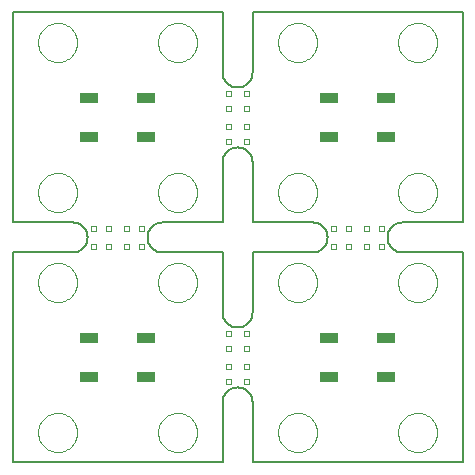
<source format=gbp>
G75*
G70*
%OFA0B0*%
%FSLAX24Y24*%
%IPPOS*%
%LPD*%
%AMOC8*
5,1,8,0,0,1.08239X$1,22.5*
%
%ADD10C,0.0080*%
%ADD11C,0.0000*%
%ADD12R,0.0591X0.0354*%
D10*
X008338Y000501D02*
X015338Y000501D01*
X015338Y002501D01*
X015838Y003001D02*
X015882Y002999D01*
X015925Y002993D01*
X015967Y002984D01*
X016009Y002971D01*
X016049Y002954D01*
X016088Y002934D01*
X016125Y002911D01*
X016159Y002884D01*
X016192Y002855D01*
X016221Y002822D01*
X016248Y002788D01*
X016271Y002751D01*
X016291Y002712D01*
X016308Y002672D01*
X016321Y002630D01*
X016330Y002588D01*
X016336Y002545D01*
X016338Y002501D01*
X016338Y000501D01*
X023338Y000501D01*
X023338Y007501D01*
X021338Y007501D01*
X021294Y007503D01*
X021251Y007509D01*
X021209Y007518D01*
X021167Y007531D01*
X021127Y007548D01*
X021088Y007568D01*
X021051Y007591D01*
X021017Y007618D01*
X020984Y007647D01*
X020955Y007680D01*
X020928Y007714D01*
X020905Y007751D01*
X020885Y007790D01*
X020868Y007830D01*
X020855Y007872D01*
X020846Y007914D01*
X020840Y007957D01*
X020838Y008001D01*
X020840Y008045D01*
X020846Y008088D01*
X020855Y008130D01*
X020868Y008172D01*
X020885Y008212D01*
X020905Y008251D01*
X020928Y008288D01*
X020955Y008322D01*
X020984Y008355D01*
X021017Y008384D01*
X021051Y008411D01*
X021088Y008434D01*
X021127Y008454D01*
X021167Y008471D01*
X021209Y008484D01*
X021251Y008493D01*
X021294Y008499D01*
X021338Y008501D01*
X023338Y008501D01*
X023338Y015501D01*
X016338Y015501D01*
X016338Y013501D01*
X016336Y013457D01*
X016330Y013414D01*
X016321Y013372D01*
X016308Y013330D01*
X016291Y013290D01*
X016271Y013251D01*
X016248Y013214D01*
X016221Y013180D01*
X016192Y013147D01*
X016159Y013118D01*
X016125Y013091D01*
X016088Y013068D01*
X016049Y013048D01*
X016009Y013031D01*
X015967Y013018D01*
X015925Y013009D01*
X015882Y013003D01*
X015838Y013001D01*
X015794Y013003D01*
X015751Y013009D01*
X015709Y013018D01*
X015667Y013031D01*
X015627Y013048D01*
X015588Y013068D01*
X015551Y013091D01*
X015517Y013118D01*
X015484Y013147D01*
X015455Y013180D01*
X015428Y013214D01*
X015405Y013251D01*
X015385Y013290D01*
X015368Y013330D01*
X015355Y013372D01*
X015346Y013414D01*
X015340Y013457D01*
X015338Y013501D01*
X015338Y015501D01*
X008338Y015501D01*
X008338Y008501D01*
X010338Y008501D01*
X010382Y008499D01*
X010425Y008493D01*
X010467Y008484D01*
X010509Y008471D01*
X010549Y008454D01*
X010588Y008434D01*
X010625Y008411D01*
X010659Y008384D01*
X010692Y008355D01*
X010721Y008322D01*
X010748Y008288D01*
X010771Y008251D01*
X010791Y008212D01*
X010808Y008172D01*
X010821Y008130D01*
X010830Y008088D01*
X010836Y008045D01*
X010838Y008001D01*
X010836Y007957D01*
X010830Y007914D01*
X010821Y007872D01*
X010808Y007830D01*
X010791Y007790D01*
X010771Y007751D01*
X010748Y007714D01*
X010721Y007680D01*
X010692Y007647D01*
X010659Y007618D01*
X010625Y007591D01*
X010588Y007568D01*
X010549Y007548D01*
X010509Y007531D01*
X010467Y007518D01*
X010425Y007509D01*
X010382Y007503D01*
X010338Y007501D01*
X008338Y007501D01*
X008338Y000501D01*
X015338Y002501D02*
X015340Y002545D01*
X015346Y002588D01*
X015355Y002630D01*
X015368Y002672D01*
X015385Y002712D01*
X015405Y002751D01*
X015428Y002788D01*
X015455Y002822D01*
X015484Y002855D01*
X015517Y002884D01*
X015551Y002911D01*
X015588Y002934D01*
X015627Y002954D01*
X015667Y002971D01*
X015709Y002984D01*
X015751Y002993D01*
X015794Y002999D01*
X015838Y003001D01*
X015838Y005001D02*
X015794Y005003D01*
X015751Y005009D01*
X015709Y005018D01*
X015667Y005031D01*
X015627Y005048D01*
X015588Y005068D01*
X015551Y005091D01*
X015517Y005118D01*
X015484Y005147D01*
X015455Y005180D01*
X015428Y005214D01*
X015405Y005251D01*
X015385Y005290D01*
X015368Y005330D01*
X015355Y005372D01*
X015346Y005414D01*
X015340Y005457D01*
X015338Y005501D01*
X015338Y007501D01*
X013338Y007501D01*
X012838Y008001D02*
X012840Y008045D01*
X012846Y008088D01*
X012855Y008130D01*
X012868Y008172D01*
X012885Y008212D01*
X012905Y008251D01*
X012928Y008288D01*
X012955Y008322D01*
X012984Y008355D01*
X013017Y008384D01*
X013051Y008411D01*
X013088Y008434D01*
X013127Y008454D01*
X013167Y008471D01*
X013209Y008484D01*
X013251Y008493D01*
X013294Y008499D01*
X013338Y008501D01*
X015338Y008501D01*
X015338Y010501D01*
X015838Y011001D02*
X015882Y010999D01*
X015925Y010993D01*
X015967Y010984D01*
X016009Y010971D01*
X016049Y010954D01*
X016088Y010934D01*
X016125Y010911D01*
X016159Y010884D01*
X016192Y010855D01*
X016221Y010822D01*
X016248Y010788D01*
X016271Y010751D01*
X016291Y010712D01*
X016308Y010672D01*
X016321Y010630D01*
X016330Y010588D01*
X016336Y010545D01*
X016338Y010501D01*
X016338Y008501D01*
X018338Y008501D01*
X018838Y008001D02*
X018836Y007957D01*
X018830Y007914D01*
X018821Y007872D01*
X018808Y007830D01*
X018791Y007790D01*
X018771Y007751D01*
X018748Y007714D01*
X018721Y007680D01*
X018692Y007647D01*
X018659Y007618D01*
X018625Y007591D01*
X018588Y007568D01*
X018549Y007548D01*
X018509Y007531D01*
X018467Y007518D01*
X018425Y007509D01*
X018382Y007503D01*
X018338Y007501D01*
X016338Y007501D01*
X016338Y005501D01*
X016336Y005457D01*
X016330Y005414D01*
X016321Y005372D01*
X016308Y005330D01*
X016291Y005290D01*
X016271Y005251D01*
X016248Y005214D01*
X016221Y005180D01*
X016192Y005147D01*
X016159Y005118D01*
X016125Y005091D01*
X016088Y005068D01*
X016049Y005048D01*
X016009Y005031D01*
X015967Y005018D01*
X015925Y005009D01*
X015882Y005003D01*
X015838Y005001D01*
X013338Y007501D02*
X013294Y007503D01*
X013251Y007509D01*
X013209Y007518D01*
X013167Y007531D01*
X013127Y007548D01*
X013088Y007568D01*
X013051Y007591D01*
X013017Y007618D01*
X012984Y007647D01*
X012955Y007680D01*
X012928Y007714D01*
X012905Y007751D01*
X012885Y007790D01*
X012868Y007830D01*
X012855Y007872D01*
X012846Y007914D01*
X012840Y007957D01*
X012838Y008001D01*
X018338Y008501D02*
X018382Y008499D01*
X018425Y008493D01*
X018467Y008484D01*
X018509Y008471D01*
X018549Y008454D01*
X018588Y008434D01*
X018625Y008411D01*
X018659Y008384D01*
X018692Y008355D01*
X018721Y008322D01*
X018748Y008288D01*
X018771Y008251D01*
X018791Y008212D01*
X018808Y008172D01*
X018821Y008130D01*
X018830Y008088D01*
X018836Y008045D01*
X018838Y008001D01*
X015838Y011001D02*
X015794Y010999D01*
X015751Y010993D01*
X015709Y010984D01*
X015667Y010971D01*
X015627Y010954D01*
X015588Y010934D01*
X015551Y010911D01*
X015517Y010884D01*
X015484Y010855D01*
X015455Y010822D01*
X015428Y010788D01*
X015405Y010751D01*
X015385Y010712D01*
X015368Y010672D01*
X015355Y010630D01*
X015346Y010588D01*
X015340Y010545D01*
X015338Y010501D01*
D11*
X015440Y011201D02*
X015442Y011220D01*
X015447Y011239D01*
X015457Y011255D01*
X015469Y011270D01*
X015484Y011282D01*
X015500Y011292D01*
X015519Y011297D01*
X015538Y011299D01*
X015557Y011297D01*
X015576Y011292D01*
X015592Y011282D01*
X015607Y011270D01*
X015619Y011255D01*
X015629Y011239D01*
X015634Y011220D01*
X015636Y011201D01*
X015634Y011182D01*
X015629Y011163D01*
X015619Y011147D01*
X015607Y011132D01*
X015592Y011120D01*
X015576Y011110D01*
X015557Y011105D01*
X015538Y011103D01*
X015519Y011105D01*
X015500Y011110D01*
X015484Y011120D01*
X015469Y011132D01*
X015457Y011147D01*
X015447Y011163D01*
X015442Y011182D01*
X015440Y011201D01*
X016040Y011201D02*
X016042Y011220D01*
X016047Y011239D01*
X016057Y011255D01*
X016069Y011270D01*
X016084Y011282D01*
X016100Y011292D01*
X016119Y011297D01*
X016138Y011299D01*
X016157Y011297D01*
X016176Y011292D01*
X016192Y011282D01*
X016207Y011270D01*
X016219Y011255D01*
X016229Y011239D01*
X016234Y011220D01*
X016236Y011201D01*
X016234Y011182D01*
X016229Y011163D01*
X016219Y011147D01*
X016207Y011132D01*
X016192Y011120D01*
X016176Y011110D01*
X016157Y011105D01*
X016138Y011103D01*
X016119Y011105D01*
X016100Y011110D01*
X016084Y011120D01*
X016069Y011132D01*
X016057Y011147D01*
X016047Y011163D01*
X016042Y011182D01*
X016040Y011201D01*
X016040Y011701D02*
X016042Y011720D01*
X016047Y011739D01*
X016057Y011755D01*
X016069Y011770D01*
X016084Y011782D01*
X016100Y011792D01*
X016119Y011797D01*
X016138Y011799D01*
X016157Y011797D01*
X016176Y011792D01*
X016192Y011782D01*
X016207Y011770D01*
X016219Y011755D01*
X016229Y011739D01*
X016234Y011720D01*
X016236Y011701D01*
X016234Y011682D01*
X016229Y011663D01*
X016219Y011647D01*
X016207Y011632D01*
X016192Y011620D01*
X016176Y011610D01*
X016157Y011605D01*
X016138Y011603D01*
X016119Y011605D01*
X016100Y011610D01*
X016084Y011620D01*
X016069Y011632D01*
X016057Y011647D01*
X016047Y011663D01*
X016042Y011682D01*
X016040Y011701D01*
X015440Y011701D02*
X015442Y011720D01*
X015447Y011739D01*
X015457Y011755D01*
X015469Y011770D01*
X015484Y011782D01*
X015500Y011792D01*
X015519Y011797D01*
X015538Y011799D01*
X015557Y011797D01*
X015576Y011792D01*
X015592Y011782D01*
X015607Y011770D01*
X015619Y011755D01*
X015629Y011739D01*
X015634Y011720D01*
X015636Y011701D01*
X015634Y011682D01*
X015629Y011663D01*
X015619Y011647D01*
X015607Y011632D01*
X015592Y011620D01*
X015576Y011610D01*
X015557Y011605D01*
X015538Y011603D01*
X015519Y011605D01*
X015500Y011610D01*
X015484Y011620D01*
X015469Y011632D01*
X015457Y011647D01*
X015447Y011663D01*
X015442Y011682D01*
X015440Y011701D01*
X015440Y012301D02*
X015442Y012320D01*
X015447Y012339D01*
X015457Y012355D01*
X015469Y012370D01*
X015484Y012382D01*
X015500Y012392D01*
X015519Y012397D01*
X015538Y012399D01*
X015557Y012397D01*
X015576Y012392D01*
X015592Y012382D01*
X015607Y012370D01*
X015619Y012355D01*
X015629Y012339D01*
X015634Y012320D01*
X015636Y012301D01*
X015634Y012282D01*
X015629Y012263D01*
X015619Y012247D01*
X015607Y012232D01*
X015592Y012220D01*
X015576Y012210D01*
X015557Y012205D01*
X015538Y012203D01*
X015519Y012205D01*
X015500Y012210D01*
X015484Y012220D01*
X015469Y012232D01*
X015457Y012247D01*
X015447Y012263D01*
X015442Y012282D01*
X015440Y012301D01*
X016040Y012301D02*
X016042Y012320D01*
X016047Y012339D01*
X016057Y012355D01*
X016069Y012370D01*
X016084Y012382D01*
X016100Y012392D01*
X016119Y012397D01*
X016138Y012399D01*
X016157Y012397D01*
X016176Y012392D01*
X016192Y012382D01*
X016207Y012370D01*
X016219Y012355D01*
X016229Y012339D01*
X016234Y012320D01*
X016236Y012301D01*
X016234Y012282D01*
X016229Y012263D01*
X016219Y012247D01*
X016207Y012232D01*
X016192Y012220D01*
X016176Y012210D01*
X016157Y012205D01*
X016138Y012203D01*
X016119Y012205D01*
X016100Y012210D01*
X016084Y012220D01*
X016069Y012232D01*
X016057Y012247D01*
X016047Y012263D01*
X016042Y012282D01*
X016040Y012301D01*
X016040Y012801D02*
X016042Y012820D01*
X016047Y012839D01*
X016057Y012855D01*
X016069Y012870D01*
X016084Y012882D01*
X016100Y012892D01*
X016119Y012897D01*
X016138Y012899D01*
X016157Y012897D01*
X016176Y012892D01*
X016192Y012882D01*
X016207Y012870D01*
X016219Y012855D01*
X016229Y012839D01*
X016234Y012820D01*
X016236Y012801D01*
X016234Y012782D01*
X016229Y012763D01*
X016219Y012747D01*
X016207Y012732D01*
X016192Y012720D01*
X016176Y012710D01*
X016157Y012705D01*
X016138Y012703D01*
X016119Y012705D01*
X016100Y012710D01*
X016084Y012720D01*
X016069Y012732D01*
X016057Y012747D01*
X016047Y012763D01*
X016042Y012782D01*
X016040Y012801D01*
X015440Y012801D02*
X015442Y012820D01*
X015447Y012839D01*
X015457Y012855D01*
X015469Y012870D01*
X015484Y012882D01*
X015500Y012892D01*
X015519Y012897D01*
X015538Y012899D01*
X015557Y012897D01*
X015576Y012892D01*
X015592Y012882D01*
X015607Y012870D01*
X015619Y012855D01*
X015629Y012839D01*
X015634Y012820D01*
X015636Y012801D01*
X015634Y012782D01*
X015629Y012763D01*
X015619Y012747D01*
X015607Y012732D01*
X015592Y012720D01*
X015576Y012710D01*
X015557Y012705D01*
X015538Y012703D01*
X015519Y012705D01*
X015500Y012710D01*
X015484Y012720D01*
X015469Y012732D01*
X015457Y012747D01*
X015447Y012763D01*
X015442Y012782D01*
X015440Y012801D01*
X013188Y014501D02*
X013190Y014551D01*
X013196Y014601D01*
X013206Y014651D01*
X013219Y014699D01*
X013236Y014747D01*
X013257Y014793D01*
X013281Y014837D01*
X013309Y014879D01*
X013340Y014919D01*
X013374Y014956D01*
X013411Y014991D01*
X013450Y015022D01*
X013491Y015051D01*
X013535Y015076D01*
X013581Y015098D01*
X013628Y015116D01*
X013676Y015130D01*
X013725Y015141D01*
X013775Y015148D01*
X013825Y015151D01*
X013876Y015150D01*
X013926Y015145D01*
X013976Y015136D01*
X014024Y015124D01*
X014072Y015107D01*
X014118Y015087D01*
X014163Y015064D01*
X014206Y015037D01*
X014246Y015007D01*
X014284Y014974D01*
X014319Y014938D01*
X014352Y014899D01*
X014381Y014858D01*
X014407Y014815D01*
X014430Y014770D01*
X014449Y014723D01*
X014464Y014675D01*
X014476Y014626D01*
X014484Y014576D01*
X014488Y014526D01*
X014488Y014476D01*
X014484Y014426D01*
X014476Y014376D01*
X014464Y014327D01*
X014449Y014279D01*
X014430Y014232D01*
X014407Y014187D01*
X014381Y014144D01*
X014352Y014103D01*
X014319Y014064D01*
X014284Y014028D01*
X014246Y013995D01*
X014206Y013965D01*
X014163Y013938D01*
X014118Y013915D01*
X014072Y013895D01*
X014024Y013878D01*
X013976Y013866D01*
X013926Y013857D01*
X013876Y013852D01*
X013825Y013851D01*
X013775Y013854D01*
X013725Y013861D01*
X013676Y013872D01*
X013628Y013886D01*
X013581Y013904D01*
X013535Y013926D01*
X013491Y013951D01*
X013450Y013980D01*
X013411Y014011D01*
X013374Y014046D01*
X013340Y014083D01*
X013309Y014123D01*
X013281Y014165D01*
X013257Y014209D01*
X013236Y014255D01*
X013219Y014303D01*
X013206Y014351D01*
X013196Y014401D01*
X013190Y014451D01*
X013188Y014501D01*
X009188Y014501D02*
X009190Y014551D01*
X009196Y014601D01*
X009206Y014651D01*
X009219Y014699D01*
X009236Y014747D01*
X009257Y014793D01*
X009281Y014837D01*
X009309Y014879D01*
X009340Y014919D01*
X009374Y014956D01*
X009411Y014991D01*
X009450Y015022D01*
X009491Y015051D01*
X009535Y015076D01*
X009581Y015098D01*
X009628Y015116D01*
X009676Y015130D01*
X009725Y015141D01*
X009775Y015148D01*
X009825Y015151D01*
X009876Y015150D01*
X009926Y015145D01*
X009976Y015136D01*
X010024Y015124D01*
X010072Y015107D01*
X010118Y015087D01*
X010163Y015064D01*
X010206Y015037D01*
X010246Y015007D01*
X010284Y014974D01*
X010319Y014938D01*
X010352Y014899D01*
X010381Y014858D01*
X010407Y014815D01*
X010430Y014770D01*
X010449Y014723D01*
X010464Y014675D01*
X010476Y014626D01*
X010484Y014576D01*
X010488Y014526D01*
X010488Y014476D01*
X010484Y014426D01*
X010476Y014376D01*
X010464Y014327D01*
X010449Y014279D01*
X010430Y014232D01*
X010407Y014187D01*
X010381Y014144D01*
X010352Y014103D01*
X010319Y014064D01*
X010284Y014028D01*
X010246Y013995D01*
X010206Y013965D01*
X010163Y013938D01*
X010118Y013915D01*
X010072Y013895D01*
X010024Y013878D01*
X009976Y013866D01*
X009926Y013857D01*
X009876Y013852D01*
X009825Y013851D01*
X009775Y013854D01*
X009725Y013861D01*
X009676Y013872D01*
X009628Y013886D01*
X009581Y013904D01*
X009535Y013926D01*
X009491Y013951D01*
X009450Y013980D01*
X009411Y014011D01*
X009374Y014046D01*
X009340Y014083D01*
X009309Y014123D01*
X009281Y014165D01*
X009257Y014209D01*
X009236Y014255D01*
X009219Y014303D01*
X009206Y014351D01*
X009196Y014401D01*
X009190Y014451D01*
X009188Y014501D01*
X017188Y014501D02*
X017190Y014551D01*
X017196Y014601D01*
X017206Y014651D01*
X017219Y014699D01*
X017236Y014747D01*
X017257Y014793D01*
X017281Y014837D01*
X017309Y014879D01*
X017340Y014919D01*
X017374Y014956D01*
X017411Y014991D01*
X017450Y015022D01*
X017491Y015051D01*
X017535Y015076D01*
X017581Y015098D01*
X017628Y015116D01*
X017676Y015130D01*
X017725Y015141D01*
X017775Y015148D01*
X017825Y015151D01*
X017876Y015150D01*
X017926Y015145D01*
X017976Y015136D01*
X018024Y015124D01*
X018072Y015107D01*
X018118Y015087D01*
X018163Y015064D01*
X018206Y015037D01*
X018246Y015007D01*
X018284Y014974D01*
X018319Y014938D01*
X018352Y014899D01*
X018381Y014858D01*
X018407Y014815D01*
X018430Y014770D01*
X018449Y014723D01*
X018464Y014675D01*
X018476Y014626D01*
X018484Y014576D01*
X018488Y014526D01*
X018488Y014476D01*
X018484Y014426D01*
X018476Y014376D01*
X018464Y014327D01*
X018449Y014279D01*
X018430Y014232D01*
X018407Y014187D01*
X018381Y014144D01*
X018352Y014103D01*
X018319Y014064D01*
X018284Y014028D01*
X018246Y013995D01*
X018206Y013965D01*
X018163Y013938D01*
X018118Y013915D01*
X018072Y013895D01*
X018024Y013878D01*
X017976Y013866D01*
X017926Y013857D01*
X017876Y013852D01*
X017825Y013851D01*
X017775Y013854D01*
X017725Y013861D01*
X017676Y013872D01*
X017628Y013886D01*
X017581Y013904D01*
X017535Y013926D01*
X017491Y013951D01*
X017450Y013980D01*
X017411Y014011D01*
X017374Y014046D01*
X017340Y014083D01*
X017309Y014123D01*
X017281Y014165D01*
X017257Y014209D01*
X017236Y014255D01*
X017219Y014303D01*
X017206Y014351D01*
X017196Y014401D01*
X017190Y014451D01*
X017188Y014501D01*
X021188Y014501D02*
X021190Y014551D01*
X021196Y014601D01*
X021206Y014651D01*
X021219Y014699D01*
X021236Y014747D01*
X021257Y014793D01*
X021281Y014837D01*
X021309Y014879D01*
X021340Y014919D01*
X021374Y014956D01*
X021411Y014991D01*
X021450Y015022D01*
X021491Y015051D01*
X021535Y015076D01*
X021581Y015098D01*
X021628Y015116D01*
X021676Y015130D01*
X021725Y015141D01*
X021775Y015148D01*
X021825Y015151D01*
X021876Y015150D01*
X021926Y015145D01*
X021976Y015136D01*
X022024Y015124D01*
X022072Y015107D01*
X022118Y015087D01*
X022163Y015064D01*
X022206Y015037D01*
X022246Y015007D01*
X022284Y014974D01*
X022319Y014938D01*
X022352Y014899D01*
X022381Y014858D01*
X022407Y014815D01*
X022430Y014770D01*
X022449Y014723D01*
X022464Y014675D01*
X022476Y014626D01*
X022484Y014576D01*
X022488Y014526D01*
X022488Y014476D01*
X022484Y014426D01*
X022476Y014376D01*
X022464Y014327D01*
X022449Y014279D01*
X022430Y014232D01*
X022407Y014187D01*
X022381Y014144D01*
X022352Y014103D01*
X022319Y014064D01*
X022284Y014028D01*
X022246Y013995D01*
X022206Y013965D01*
X022163Y013938D01*
X022118Y013915D01*
X022072Y013895D01*
X022024Y013878D01*
X021976Y013866D01*
X021926Y013857D01*
X021876Y013852D01*
X021825Y013851D01*
X021775Y013854D01*
X021725Y013861D01*
X021676Y013872D01*
X021628Y013886D01*
X021581Y013904D01*
X021535Y013926D01*
X021491Y013951D01*
X021450Y013980D01*
X021411Y014011D01*
X021374Y014046D01*
X021340Y014083D01*
X021309Y014123D01*
X021281Y014165D01*
X021257Y014209D01*
X021236Y014255D01*
X021219Y014303D01*
X021206Y014351D01*
X021196Y014401D01*
X021190Y014451D01*
X021188Y014501D01*
X021188Y009501D02*
X021190Y009551D01*
X021196Y009601D01*
X021206Y009651D01*
X021219Y009699D01*
X021236Y009747D01*
X021257Y009793D01*
X021281Y009837D01*
X021309Y009879D01*
X021340Y009919D01*
X021374Y009956D01*
X021411Y009991D01*
X021450Y010022D01*
X021491Y010051D01*
X021535Y010076D01*
X021581Y010098D01*
X021628Y010116D01*
X021676Y010130D01*
X021725Y010141D01*
X021775Y010148D01*
X021825Y010151D01*
X021876Y010150D01*
X021926Y010145D01*
X021976Y010136D01*
X022024Y010124D01*
X022072Y010107D01*
X022118Y010087D01*
X022163Y010064D01*
X022206Y010037D01*
X022246Y010007D01*
X022284Y009974D01*
X022319Y009938D01*
X022352Y009899D01*
X022381Y009858D01*
X022407Y009815D01*
X022430Y009770D01*
X022449Y009723D01*
X022464Y009675D01*
X022476Y009626D01*
X022484Y009576D01*
X022488Y009526D01*
X022488Y009476D01*
X022484Y009426D01*
X022476Y009376D01*
X022464Y009327D01*
X022449Y009279D01*
X022430Y009232D01*
X022407Y009187D01*
X022381Y009144D01*
X022352Y009103D01*
X022319Y009064D01*
X022284Y009028D01*
X022246Y008995D01*
X022206Y008965D01*
X022163Y008938D01*
X022118Y008915D01*
X022072Y008895D01*
X022024Y008878D01*
X021976Y008866D01*
X021926Y008857D01*
X021876Y008852D01*
X021825Y008851D01*
X021775Y008854D01*
X021725Y008861D01*
X021676Y008872D01*
X021628Y008886D01*
X021581Y008904D01*
X021535Y008926D01*
X021491Y008951D01*
X021450Y008980D01*
X021411Y009011D01*
X021374Y009046D01*
X021340Y009083D01*
X021309Y009123D01*
X021281Y009165D01*
X021257Y009209D01*
X021236Y009255D01*
X021219Y009303D01*
X021206Y009351D01*
X021196Y009401D01*
X021190Y009451D01*
X021188Y009501D01*
X017188Y009501D02*
X017190Y009551D01*
X017196Y009601D01*
X017206Y009651D01*
X017219Y009699D01*
X017236Y009747D01*
X017257Y009793D01*
X017281Y009837D01*
X017309Y009879D01*
X017340Y009919D01*
X017374Y009956D01*
X017411Y009991D01*
X017450Y010022D01*
X017491Y010051D01*
X017535Y010076D01*
X017581Y010098D01*
X017628Y010116D01*
X017676Y010130D01*
X017725Y010141D01*
X017775Y010148D01*
X017825Y010151D01*
X017876Y010150D01*
X017926Y010145D01*
X017976Y010136D01*
X018024Y010124D01*
X018072Y010107D01*
X018118Y010087D01*
X018163Y010064D01*
X018206Y010037D01*
X018246Y010007D01*
X018284Y009974D01*
X018319Y009938D01*
X018352Y009899D01*
X018381Y009858D01*
X018407Y009815D01*
X018430Y009770D01*
X018449Y009723D01*
X018464Y009675D01*
X018476Y009626D01*
X018484Y009576D01*
X018488Y009526D01*
X018488Y009476D01*
X018484Y009426D01*
X018476Y009376D01*
X018464Y009327D01*
X018449Y009279D01*
X018430Y009232D01*
X018407Y009187D01*
X018381Y009144D01*
X018352Y009103D01*
X018319Y009064D01*
X018284Y009028D01*
X018246Y008995D01*
X018206Y008965D01*
X018163Y008938D01*
X018118Y008915D01*
X018072Y008895D01*
X018024Y008878D01*
X017976Y008866D01*
X017926Y008857D01*
X017876Y008852D01*
X017825Y008851D01*
X017775Y008854D01*
X017725Y008861D01*
X017676Y008872D01*
X017628Y008886D01*
X017581Y008904D01*
X017535Y008926D01*
X017491Y008951D01*
X017450Y008980D01*
X017411Y009011D01*
X017374Y009046D01*
X017340Y009083D01*
X017309Y009123D01*
X017281Y009165D01*
X017257Y009209D01*
X017236Y009255D01*
X017219Y009303D01*
X017206Y009351D01*
X017196Y009401D01*
X017190Y009451D01*
X017188Y009501D01*
X013188Y009501D02*
X013190Y009551D01*
X013196Y009601D01*
X013206Y009651D01*
X013219Y009699D01*
X013236Y009747D01*
X013257Y009793D01*
X013281Y009837D01*
X013309Y009879D01*
X013340Y009919D01*
X013374Y009956D01*
X013411Y009991D01*
X013450Y010022D01*
X013491Y010051D01*
X013535Y010076D01*
X013581Y010098D01*
X013628Y010116D01*
X013676Y010130D01*
X013725Y010141D01*
X013775Y010148D01*
X013825Y010151D01*
X013876Y010150D01*
X013926Y010145D01*
X013976Y010136D01*
X014024Y010124D01*
X014072Y010107D01*
X014118Y010087D01*
X014163Y010064D01*
X014206Y010037D01*
X014246Y010007D01*
X014284Y009974D01*
X014319Y009938D01*
X014352Y009899D01*
X014381Y009858D01*
X014407Y009815D01*
X014430Y009770D01*
X014449Y009723D01*
X014464Y009675D01*
X014476Y009626D01*
X014484Y009576D01*
X014488Y009526D01*
X014488Y009476D01*
X014484Y009426D01*
X014476Y009376D01*
X014464Y009327D01*
X014449Y009279D01*
X014430Y009232D01*
X014407Y009187D01*
X014381Y009144D01*
X014352Y009103D01*
X014319Y009064D01*
X014284Y009028D01*
X014246Y008995D01*
X014206Y008965D01*
X014163Y008938D01*
X014118Y008915D01*
X014072Y008895D01*
X014024Y008878D01*
X013976Y008866D01*
X013926Y008857D01*
X013876Y008852D01*
X013825Y008851D01*
X013775Y008854D01*
X013725Y008861D01*
X013676Y008872D01*
X013628Y008886D01*
X013581Y008904D01*
X013535Y008926D01*
X013491Y008951D01*
X013450Y008980D01*
X013411Y009011D01*
X013374Y009046D01*
X013340Y009083D01*
X013309Y009123D01*
X013281Y009165D01*
X013257Y009209D01*
X013236Y009255D01*
X013219Y009303D01*
X013206Y009351D01*
X013196Y009401D01*
X013190Y009451D01*
X013188Y009501D01*
X009188Y009501D02*
X009190Y009551D01*
X009196Y009601D01*
X009206Y009651D01*
X009219Y009699D01*
X009236Y009747D01*
X009257Y009793D01*
X009281Y009837D01*
X009309Y009879D01*
X009340Y009919D01*
X009374Y009956D01*
X009411Y009991D01*
X009450Y010022D01*
X009491Y010051D01*
X009535Y010076D01*
X009581Y010098D01*
X009628Y010116D01*
X009676Y010130D01*
X009725Y010141D01*
X009775Y010148D01*
X009825Y010151D01*
X009876Y010150D01*
X009926Y010145D01*
X009976Y010136D01*
X010024Y010124D01*
X010072Y010107D01*
X010118Y010087D01*
X010163Y010064D01*
X010206Y010037D01*
X010246Y010007D01*
X010284Y009974D01*
X010319Y009938D01*
X010352Y009899D01*
X010381Y009858D01*
X010407Y009815D01*
X010430Y009770D01*
X010449Y009723D01*
X010464Y009675D01*
X010476Y009626D01*
X010484Y009576D01*
X010488Y009526D01*
X010488Y009476D01*
X010484Y009426D01*
X010476Y009376D01*
X010464Y009327D01*
X010449Y009279D01*
X010430Y009232D01*
X010407Y009187D01*
X010381Y009144D01*
X010352Y009103D01*
X010319Y009064D01*
X010284Y009028D01*
X010246Y008995D01*
X010206Y008965D01*
X010163Y008938D01*
X010118Y008915D01*
X010072Y008895D01*
X010024Y008878D01*
X009976Y008866D01*
X009926Y008857D01*
X009876Y008852D01*
X009825Y008851D01*
X009775Y008854D01*
X009725Y008861D01*
X009676Y008872D01*
X009628Y008886D01*
X009581Y008904D01*
X009535Y008926D01*
X009491Y008951D01*
X009450Y008980D01*
X009411Y009011D01*
X009374Y009046D01*
X009340Y009083D01*
X009309Y009123D01*
X009281Y009165D01*
X009257Y009209D01*
X009236Y009255D01*
X009219Y009303D01*
X009206Y009351D01*
X009196Y009401D01*
X009190Y009451D01*
X009188Y009501D01*
X010940Y008301D02*
X010942Y008320D01*
X010947Y008339D01*
X010957Y008355D01*
X010969Y008370D01*
X010984Y008382D01*
X011000Y008392D01*
X011019Y008397D01*
X011038Y008399D01*
X011057Y008397D01*
X011076Y008392D01*
X011092Y008382D01*
X011107Y008370D01*
X011119Y008355D01*
X011129Y008339D01*
X011134Y008320D01*
X011136Y008301D01*
X011134Y008282D01*
X011129Y008263D01*
X011119Y008247D01*
X011107Y008232D01*
X011092Y008220D01*
X011076Y008210D01*
X011057Y008205D01*
X011038Y008203D01*
X011019Y008205D01*
X011000Y008210D01*
X010984Y008220D01*
X010969Y008232D01*
X010957Y008247D01*
X010947Y008263D01*
X010942Y008282D01*
X010940Y008301D01*
X011440Y008301D02*
X011442Y008320D01*
X011447Y008339D01*
X011457Y008355D01*
X011469Y008370D01*
X011484Y008382D01*
X011500Y008392D01*
X011519Y008397D01*
X011538Y008399D01*
X011557Y008397D01*
X011576Y008392D01*
X011592Y008382D01*
X011607Y008370D01*
X011619Y008355D01*
X011629Y008339D01*
X011634Y008320D01*
X011636Y008301D01*
X011634Y008282D01*
X011629Y008263D01*
X011619Y008247D01*
X011607Y008232D01*
X011592Y008220D01*
X011576Y008210D01*
X011557Y008205D01*
X011538Y008203D01*
X011519Y008205D01*
X011500Y008210D01*
X011484Y008220D01*
X011469Y008232D01*
X011457Y008247D01*
X011447Y008263D01*
X011442Y008282D01*
X011440Y008301D01*
X012040Y008301D02*
X012042Y008320D01*
X012047Y008339D01*
X012057Y008355D01*
X012069Y008370D01*
X012084Y008382D01*
X012100Y008392D01*
X012119Y008397D01*
X012138Y008399D01*
X012157Y008397D01*
X012176Y008392D01*
X012192Y008382D01*
X012207Y008370D01*
X012219Y008355D01*
X012229Y008339D01*
X012234Y008320D01*
X012236Y008301D01*
X012234Y008282D01*
X012229Y008263D01*
X012219Y008247D01*
X012207Y008232D01*
X012192Y008220D01*
X012176Y008210D01*
X012157Y008205D01*
X012138Y008203D01*
X012119Y008205D01*
X012100Y008210D01*
X012084Y008220D01*
X012069Y008232D01*
X012057Y008247D01*
X012047Y008263D01*
X012042Y008282D01*
X012040Y008301D01*
X012540Y008301D02*
X012542Y008320D01*
X012547Y008339D01*
X012557Y008355D01*
X012569Y008370D01*
X012584Y008382D01*
X012600Y008392D01*
X012619Y008397D01*
X012638Y008399D01*
X012657Y008397D01*
X012676Y008392D01*
X012692Y008382D01*
X012707Y008370D01*
X012719Y008355D01*
X012729Y008339D01*
X012734Y008320D01*
X012736Y008301D01*
X012734Y008282D01*
X012729Y008263D01*
X012719Y008247D01*
X012707Y008232D01*
X012692Y008220D01*
X012676Y008210D01*
X012657Y008205D01*
X012638Y008203D01*
X012619Y008205D01*
X012600Y008210D01*
X012584Y008220D01*
X012569Y008232D01*
X012557Y008247D01*
X012547Y008263D01*
X012542Y008282D01*
X012540Y008301D01*
X012540Y007701D02*
X012542Y007720D01*
X012547Y007739D01*
X012557Y007755D01*
X012569Y007770D01*
X012584Y007782D01*
X012600Y007792D01*
X012619Y007797D01*
X012638Y007799D01*
X012657Y007797D01*
X012676Y007792D01*
X012692Y007782D01*
X012707Y007770D01*
X012719Y007755D01*
X012729Y007739D01*
X012734Y007720D01*
X012736Y007701D01*
X012734Y007682D01*
X012729Y007663D01*
X012719Y007647D01*
X012707Y007632D01*
X012692Y007620D01*
X012676Y007610D01*
X012657Y007605D01*
X012638Y007603D01*
X012619Y007605D01*
X012600Y007610D01*
X012584Y007620D01*
X012569Y007632D01*
X012557Y007647D01*
X012547Y007663D01*
X012542Y007682D01*
X012540Y007701D01*
X012040Y007701D02*
X012042Y007720D01*
X012047Y007739D01*
X012057Y007755D01*
X012069Y007770D01*
X012084Y007782D01*
X012100Y007792D01*
X012119Y007797D01*
X012138Y007799D01*
X012157Y007797D01*
X012176Y007792D01*
X012192Y007782D01*
X012207Y007770D01*
X012219Y007755D01*
X012229Y007739D01*
X012234Y007720D01*
X012236Y007701D01*
X012234Y007682D01*
X012229Y007663D01*
X012219Y007647D01*
X012207Y007632D01*
X012192Y007620D01*
X012176Y007610D01*
X012157Y007605D01*
X012138Y007603D01*
X012119Y007605D01*
X012100Y007610D01*
X012084Y007620D01*
X012069Y007632D01*
X012057Y007647D01*
X012047Y007663D01*
X012042Y007682D01*
X012040Y007701D01*
X011440Y007701D02*
X011442Y007720D01*
X011447Y007739D01*
X011457Y007755D01*
X011469Y007770D01*
X011484Y007782D01*
X011500Y007792D01*
X011519Y007797D01*
X011538Y007799D01*
X011557Y007797D01*
X011576Y007792D01*
X011592Y007782D01*
X011607Y007770D01*
X011619Y007755D01*
X011629Y007739D01*
X011634Y007720D01*
X011636Y007701D01*
X011634Y007682D01*
X011629Y007663D01*
X011619Y007647D01*
X011607Y007632D01*
X011592Y007620D01*
X011576Y007610D01*
X011557Y007605D01*
X011538Y007603D01*
X011519Y007605D01*
X011500Y007610D01*
X011484Y007620D01*
X011469Y007632D01*
X011457Y007647D01*
X011447Y007663D01*
X011442Y007682D01*
X011440Y007701D01*
X010940Y007701D02*
X010942Y007720D01*
X010947Y007739D01*
X010957Y007755D01*
X010969Y007770D01*
X010984Y007782D01*
X011000Y007792D01*
X011019Y007797D01*
X011038Y007799D01*
X011057Y007797D01*
X011076Y007792D01*
X011092Y007782D01*
X011107Y007770D01*
X011119Y007755D01*
X011129Y007739D01*
X011134Y007720D01*
X011136Y007701D01*
X011134Y007682D01*
X011129Y007663D01*
X011119Y007647D01*
X011107Y007632D01*
X011092Y007620D01*
X011076Y007610D01*
X011057Y007605D01*
X011038Y007603D01*
X011019Y007605D01*
X011000Y007610D01*
X010984Y007620D01*
X010969Y007632D01*
X010957Y007647D01*
X010947Y007663D01*
X010942Y007682D01*
X010940Y007701D01*
X009188Y006501D02*
X009190Y006551D01*
X009196Y006601D01*
X009206Y006651D01*
X009219Y006699D01*
X009236Y006747D01*
X009257Y006793D01*
X009281Y006837D01*
X009309Y006879D01*
X009340Y006919D01*
X009374Y006956D01*
X009411Y006991D01*
X009450Y007022D01*
X009491Y007051D01*
X009535Y007076D01*
X009581Y007098D01*
X009628Y007116D01*
X009676Y007130D01*
X009725Y007141D01*
X009775Y007148D01*
X009825Y007151D01*
X009876Y007150D01*
X009926Y007145D01*
X009976Y007136D01*
X010024Y007124D01*
X010072Y007107D01*
X010118Y007087D01*
X010163Y007064D01*
X010206Y007037D01*
X010246Y007007D01*
X010284Y006974D01*
X010319Y006938D01*
X010352Y006899D01*
X010381Y006858D01*
X010407Y006815D01*
X010430Y006770D01*
X010449Y006723D01*
X010464Y006675D01*
X010476Y006626D01*
X010484Y006576D01*
X010488Y006526D01*
X010488Y006476D01*
X010484Y006426D01*
X010476Y006376D01*
X010464Y006327D01*
X010449Y006279D01*
X010430Y006232D01*
X010407Y006187D01*
X010381Y006144D01*
X010352Y006103D01*
X010319Y006064D01*
X010284Y006028D01*
X010246Y005995D01*
X010206Y005965D01*
X010163Y005938D01*
X010118Y005915D01*
X010072Y005895D01*
X010024Y005878D01*
X009976Y005866D01*
X009926Y005857D01*
X009876Y005852D01*
X009825Y005851D01*
X009775Y005854D01*
X009725Y005861D01*
X009676Y005872D01*
X009628Y005886D01*
X009581Y005904D01*
X009535Y005926D01*
X009491Y005951D01*
X009450Y005980D01*
X009411Y006011D01*
X009374Y006046D01*
X009340Y006083D01*
X009309Y006123D01*
X009281Y006165D01*
X009257Y006209D01*
X009236Y006255D01*
X009219Y006303D01*
X009206Y006351D01*
X009196Y006401D01*
X009190Y006451D01*
X009188Y006501D01*
X013188Y006501D02*
X013190Y006551D01*
X013196Y006601D01*
X013206Y006651D01*
X013219Y006699D01*
X013236Y006747D01*
X013257Y006793D01*
X013281Y006837D01*
X013309Y006879D01*
X013340Y006919D01*
X013374Y006956D01*
X013411Y006991D01*
X013450Y007022D01*
X013491Y007051D01*
X013535Y007076D01*
X013581Y007098D01*
X013628Y007116D01*
X013676Y007130D01*
X013725Y007141D01*
X013775Y007148D01*
X013825Y007151D01*
X013876Y007150D01*
X013926Y007145D01*
X013976Y007136D01*
X014024Y007124D01*
X014072Y007107D01*
X014118Y007087D01*
X014163Y007064D01*
X014206Y007037D01*
X014246Y007007D01*
X014284Y006974D01*
X014319Y006938D01*
X014352Y006899D01*
X014381Y006858D01*
X014407Y006815D01*
X014430Y006770D01*
X014449Y006723D01*
X014464Y006675D01*
X014476Y006626D01*
X014484Y006576D01*
X014488Y006526D01*
X014488Y006476D01*
X014484Y006426D01*
X014476Y006376D01*
X014464Y006327D01*
X014449Y006279D01*
X014430Y006232D01*
X014407Y006187D01*
X014381Y006144D01*
X014352Y006103D01*
X014319Y006064D01*
X014284Y006028D01*
X014246Y005995D01*
X014206Y005965D01*
X014163Y005938D01*
X014118Y005915D01*
X014072Y005895D01*
X014024Y005878D01*
X013976Y005866D01*
X013926Y005857D01*
X013876Y005852D01*
X013825Y005851D01*
X013775Y005854D01*
X013725Y005861D01*
X013676Y005872D01*
X013628Y005886D01*
X013581Y005904D01*
X013535Y005926D01*
X013491Y005951D01*
X013450Y005980D01*
X013411Y006011D01*
X013374Y006046D01*
X013340Y006083D01*
X013309Y006123D01*
X013281Y006165D01*
X013257Y006209D01*
X013236Y006255D01*
X013219Y006303D01*
X013206Y006351D01*
X013196Y006401D01*
X013190Y006451D01*
X013188Y006501D01*
X017188Y006501D02*
X017190Y006551D01*
X017196Y006601D01*
X017206Y006651D01*
X017219Y006699D01*
X017236Y006747D01*
X017257Y006793D01*
X017281Y006837D01*
X017309Y006879D01*
X017340Y006919D01*
X017374Y006956D01*
X017411Y006991D01*
X017450Y007022D01*
X017491Y007051D01*
X017535Y007076D01*
X017581Y007098D01*
X017628Y007116D01*
X017676Y007130D01*
X017725Y007141D01*
X017775Y007148D01*
X017825Y007151D01*
X017876Y007150D01*
X017926Y007145D01*
X017976Y007136D01*
X018024Y007124D01*
X018072Y007107D01*
X018118Y007087D01*
X018163Y007064D01*
X018206Y007037D01*
X018246Y007007D01*
X018284Y006974D01*
X018319Y006938D01*
X018352Y006899D01*
X018381Y006858D01*
X018407Y006815D01*
X018430Y006770D01*
X018449Y006723D01*
X018464Y006675D01*
X018476Y006626D01*
X018484Y006576D01*
X018488Y006526D01*
X018488Y006476D01*
X018484Y006426D01*
X018476Y006376D01*
X018464Y006327D01*
X018449Y006279D01*
X018430Y006232D01*
X018407Y006187D01*
X018381Y006144D01*
X018352Y006103D01*
X018319Y006064D01*
X018284Y006028D01*
X018246Y005995D01*
X018206Y005965D01*
X018163Y005938D01*
X018118Y005915D01*
X018072Y005895D01*
X018024Y005878D01*
X017976Y005866D01*
X017926Y005857D01*
X017876Y005852D01*
X017825Y005851D01*
X017775Y005854D01*
X017725Y005861D01*
X017676Y005872D01*
X017628Y005886D01*
X017581Y005904D01*
X017535Y005926D01*
X017491Y005951D01*
X017450Y005980D01*
X017411Y006011D01*
X017374Y006046D01*
X017340Y006083D01*
X017309Y006123D01*
X017281Y006165D01*
X017257Y006209D01*
X017236Y006255D01*
X017219Y006303D01*
X017206Y006351D01*
X017196Y006401D01*
X017190Y006451D01*
X017188Y006501D01*
X018940Y007701D02*
X018942Y007720D01*
X018947Y007739D01*
X018957Y007755D01*
X018969Y007770D01*
X018984Y007782D01*
X019000Y007792D01*
X019019Y007797D01*
X019038Y007799D01*
X019057Y007797D01*
X019076Y007792D01*
X019092Y007782D01*
X019107Y007770D01*
X019119Y007755D01*
X019129Y007739D01*
X019134Y007720D01*
X019136Y007701D01*
X019134Y007682D01*
X019129Y007663D01*
X019119Y007647D01*
X019107Y007632D01*
X019092Y007620D01*
X019076Y007610D01*
X019057Y007605D01*
X019038Y007603D01*
X019019Y007605D01*
X019000Y007610D01*
X018984Y007620D01*
X018969Y007632D01*
X018957Y007647D01*
X018947Y007663D01*
X018942Y007682D01*
X018940Y007701D01*
X019440Y007701D02*
X019442Y007720D01*
X019447Y007739D01*
X019457Y007755D01*
X019469Y007770D01*
X019484Y007782D01*
X019500Y007792D01*
X019519Y007797D01*
X019538Y007799D01*
X019557Y007797D01*
X019576Y007792D01*
X019592Y007782D01*
X019607Y007770D01*
X019619Y007755D01*
X019629Y007739D01*
X019634Y007720D01*
X019636Y007701D01*
X019634Y007682D01*
X019629Y007663D01*
X019619Y007647D01*
X019607Y007632D01*
X019592Y007620D01*
X019576Y007610D01*
X019557Y007605D01*
X019538Y007603D01*
X019519Y007605D01*
X019500Y007610D01*
X019484Y007620D01*
X019469Y007632D01*
X019457Y007647D01*
X019447Y007663D01*
X019442Y007682D01*
X019440Y007701D01*
X020040Y007701D02*
X020042Y007720D01*
X020047Y007739D01*
X020057Y007755D01*
X020069Y007770D01*
X020084Y007782D01*
X020100Y007792D01*
X020119Y007797D01*
X020138Y007799D01*
X020157Y007797D01*
X020176Y007792D01*
X020192Y007782D01*
X020207Y007770D01*
X020219Y007755D01*
X020229Y007739D01*
X020234Y007720D01*
X020236Y007701D01*
X020234Y007682D01*
X020229Y007663D01*
X020219Y007647D01*
X020207Y007632D01*
X020192Y007620D01*
X020176Y007610D01*
X020157Y007605D01*
X020138Y007603D01*
X020119Y007605D01*
X020100Y007610D01*
X020084Y007620D01*
X020069Y007632D01*
X020057Y007647D01*
X020047Y007663D01*
X020042Y007682D01*
X020040Y007701D01*
X020540Y007701D02*
X020542Y007720D01*
X020547Y007739D01*
X020557Y007755D01*
X020569Y007770D01*
X020584Y007782D01*
X020600Y007792D01*
X020619Y007797D01*
X020638Y007799D01*
X020657Y007797D01*
X020676Y007792D01*
X020692Y007782D01*
X020707Y007770D01*
X020719Y007755D01*
X020729Y007739D01*
X020734Y007720D01*
X020736Y007701D01*
X020734Y007682D01*
X020729Y007663D01*
X020719Y007647D01*
X020707Y007632D01*
X020692Y007620D01*
X020676Y007610D01*
X020657Y007605D01*
X020638Y007603D01*
X020619Y007605D01*
X020600Y007610D01*
X020584Y007620D01*
X020569Y007632D01*
X020557Y007647D01*
X020547Y007663D01*
X020542Y007682D01*
X020540Y007701D01*
X020540Y008301D02*
X020542Y008320D01*
X020547Y008339D01*
X020557Y008355D01*
X020569Y008370D01*
X020584Y008382D01*
X020600Y008392D01*
X020619Y008397D01*
X020638Y008399D01*
X020657Y008397D01*
X020676Y008392D01*
X020692Y008382D01*
X020707Y008370D01*
X020719Y008355D01*
X020729Y008339D01*
X020734Y008320D01*
X020736Y008301D01*
X020734Y008282D01*
X020729Y008263D01*
X020719Y008247D01*
X020707Y008232D01*
X020692Y008220D01*
X020676Y008210D01*
X020657Y008205D01*
X020638Y008203D01*
X020619Y008205D01*
X020600Y008210D01*
X020584Y008220D01*
X020569Y008232D01*
X020557Y008247D01*
X020547Y008263D01*
X020542Y008282D01*
X020540Y008301D01*
X020040Y008301D02*
X020042Y008320D01*
X020047Y008339D01*
X020057Y008355D01*
X020069Y008370D01*
X020084Y008382D01*
X020100Y008392D01*
X020119Y008397D01*
X020138Y008399D01*
X020157Y008397D01*
X020176Y008392D01*
X020192Y008382D01*
X020207Y008370D01*
X020219Y008355D01*
X020229Y008339D01*
X020234Y008320D01*
X020236Y008301D01*
X020234Y008282D01*
X020229Y008263D01*
X020219Y008247D01*
X020207Y008232D01*
X020192Y008220D01*
X020176Y008210D01*
X020157Y008205D01*
X020138Y008203D01*
X020119Y008205D01*
X020100Y008210D01*
X020084Y008220D01*
X020069Y008232D01*
X020057Y008247D01*
X020047Y008263D01*
X020042Y008282D01*
X020040Y008301D01*
X019440Y008301D02*
X019442Y008320D01*
X019447Y008339D01*
X019457Y008355D01*
X019469Y008370D01*
X019484Y008382D01*
X019500Y008392D01*
X019519Y008397D01*
X019538Y008399D01*
X019557Y008397D01*
X019576Y008392D01*
X019592Y008382D01*
X019607Y008370D01*
X019619Y008355D01*
X019629Y008339D01*
X019634Y008320D01*
X019636Y008301D01*
X019634Y008282D01*
X019629Y008263D01*
X019619Y008247D01*
X019607Y008232D01*
X019592Y008220D01*
X019576Y008210D01*
X019557Y008205D01*
X019538Y008203D01*
X019519Y008205D01*
X019500Y008210D01*
X019484Y008220D01*
X019469Y008232D01*
X019457Y008247D01*
X019447Y008263D01*
X019442Y008282D01*
X019440Y008301D01*
X018940Y008301D02*
X018942Y008320D01*
X018947Y008339D01*
X018957Y008355D01*
X018969Y008370D01*
X018984Y008382D01*
X019000Y008392D01*
X019019Y008397D01*
X019038Y008399D01*
X019057Y008397D01*
X019076Y008392D01*
X019092Y008382D01*
X019107Y008370D01*
X019119Y008355D01*
X019129Y008339D01*
X019134Y008320D01*
X019136Y008301D01*
X019134Y008282D01*
X019129Y008263D01*
X019119Y008247D01*
X019107Y008232D01*
X019092Y008220D01*
X019076Y008210D01*
X019057Y008205D01*
X019038Y008203D01*
X019019Y008205D01*
X019000Y008210D01*
X018984Y008220D01*
X018969Y008232D01*
X018957Y008247D01*
X018947Y008263D01*
X018942Y008282D01*
X018940Y008301D01*
X021188Y006501D02*
X021190Y006551D01*
X021196Y006601D01*
X021206Y006651D01*
X021219Y006699D01*
X021236Y006747D01*
X021257Y006793D01*
X021281Y006837D01*
X021309Y006879D01*
X021340Y006919D01*
X021374Y006956D01*
X021411Y006991D01*
X021450Y007022D01*
X021491Y007051D01*
X021535Y007076D01*
X021581Y007098D01*
X021628Y007116D01*
X021676Y007130D01*
X021725Y007141D01*
X021775Y007148D01*
X021825Y007151D01*
X021876Y007150D01*
X021926Y007145D01*
X021976Y007136D01*
X022024Y007124D01*
X022072Y007107D01*
X022118Y007087D01*
X022163Y007064D01*
X022206Y007037D01*
X022246Y007007D01*
X022284Y006974D01*
X022319Y006938D01*
X022352Y006899D01*
X022381Y006858D01*
X022407Y006815D01*
X022430Y006770D01*
X022449Y006723D01*
X022464Y006675D01*
X022476Y006626D01*
X022484Y006576D01*
X022488Y006526D01*
X022488Y006476D01*
X022484Y006426D01*
X022476Y006376D01*
X022464Y006327D01*
X022449Y006279D01*
X022430Y006232D01*
X022407Y006187D01*
X022381Y006144D01*
X022352Y006103D01*
X022319Y006064D01*
X022284Y006028D01*
X022246Y005995D01*
X022206Y005965D01*
X022163Y005938D01*
X022118Y005915D01*
X022072Y005895D01*
X022024Y005878D01*
X021976Y005866D01*
X021926Y005857D01*
X021876Y005852D01*
X021825Y005851D01*
X021775Y005854D01*
X021725Y005861D01*
X021676Y005872D01*
X021628Y005886D01*
X021581Y005904D01*
X021535Y005926D01*
X021491Y005951D01*
X021450Y005980D01*
X021411Y006011D01*
X021374Y006046D01*
X021340Y006083D01*
X021309Y006123D01*
X021281Y006165D01*
X021257Y006209D01*
X021236Y006255D01*
X021219Y006303D01*
X021206Y006351D01*
X021196Y006401D01*
X021190Y006451D01*
X021188Y006501D01*
X016040Y004801D02*
X016042Y004820D01*
X016047Y004839D01*
X016057Y004855D01*
X016069Y004870D01*
X016084Y004882D01*
X016100Y004892D01*
X016119Y004897D01*
X016138Y004899D01*
X016157Y004897D01*
X016176Y004892D01*
X016192Y004882D01*
X016207Y004870D01*
X016219Y004855D01*
X016229Y004839D01*
X016234Y004820D01*
X016236Y004801D01*
X016234Y004782D01*
X016229Y004763D01*
X016219Y004747D01*
X016207Y004732D01*
X016192Y004720D01*
X016176Y004710D01*
X016157Y004705D01*
X016138Y004703D01*
X016119Y004705D01*
X016100Y004710D01*
X016084Y004720D01*
X016069Y004732D01*
X016057Y004747D01*
X016047Y004763D01*
X016042Y004782D01*
X016040Y004801D01*
X015440Y004801D02*
X015442Y004820D01*
X015447Y004839D01*
X015457Y004855D01*
X015469Y004870D01*
X015484Y004882D01*
X015500Y004892D01*
X015519Y004897D01*
X015538Y004899D01*
X015557Y004897D01*
X015576Y004892D01*
X015592Y004882D01*
X015607Y004870D01*
X015619Y004855D01*
X015629Y004839D01*
X015634Y004820D01*
X015636Y004801D01*
X015634Y004782D01*
X015629Y004763D01*
X015619Y004747D01*
X015607Y004732D01*
X015592Y004720D01*
X015576Y004710D01*
X015557Y004705D01*
X015538Y004703D01*
X015519Y004705D01*
X015500Y004710D01*
X015484Y004720D01*
X015469Y004732D01*
X015457Y004747D01*
X015447Y004763D01*
X015442Y004782D01*
X015440Y004801D01*
X015440Y004301D02*
X015442Y004320D01*
X015447Y004339D01*
X015457Y004355D01*
X015469Y004370D01*
X015484Y004382D01*
X015500Y004392D01*
X015519Y004397D01*
X015538Y004399D01*
X015557Y004397D01*
X015576Y004392D01*
X015592Y004382D01*
X015607Y004370D01*
X015619Y004355D01*
X015629Y004339D01*
X015634Y004320D01*
X015636Y004301D01*
X015634Y004282D01*
X015629Y004263D01*
X015619Y004247D01*
X015607Y004232D01*
X015592Y004220D01*
X015576Y004210D01*
X015557Y004205D01*
X015538Y004203D01*
X015519Y004205D01*
X015500Y004210D01*
X015484Y004220D01*
X015469Y004232D01*
X015457Y004247D01*
X015447Y004263D01*
X015442Y004282D01*
X015440Y004301D01*
X016040Y004301D02*
X016042Y004320D01*
X016047Y004339D01*
X016057Y004355D01*
X016069Y004370D01*
X016084Y004382D01*
X016100Y004392D01*
X016119Y004397D01*
X016138Y004399D01*
X016157Y004397D01*
X016176Y004392D01*
X016192Y004382D01*
X016207Y004370D01*
X016219Y004355D01*
X016229Y004339D01*
X016234Y004320D01*
X016236Y004301D01*
X016234Y004282D01*
X016229Y004263D01*
X016219Y004247D01*
X016207Y004232D01*
X016192Y004220D01*
X016176Y004210D01*
X016157Y004205D01*
X016138Y004203D01*
X016119Y004205D01*
X016100Y004210D01*
X016084Y004220D01*
X016069Y004232D01*
X016057Y004247D01*
X016047Y004263D01*
X016042Y004282D01*
X016040Y004301D01*
X016040Y003701D02*
X016042Y003720D01*
X016047Y003739D01*
X016057Y003755D01*
X016069Y003770D01*
X016084Y003782D01*
X016100Y003792D01*
X016119Y003797D01*
X016138Y003799D01*
X016157Y003797D01*
X016176Y003792D01*
X016192Y003782D01*
X016207Y003770D01*
X016219Y003755D01*
X016229Y003739D01*
X016234Y003720D01*
X016236Y003701D01*
X016234Y003682D01*
X016229Y003663D01*
X016219Y003647D01*
X016207Y003632D01*
X016192Y003620D01*
X016176Y003610D01*
X016157Y003605D01*
X016138Y003603D01*
X016119Y003605D01*
X016100Y003610D01*
X016084Y003620D01*
X016069Y003632D01*
X016057Y003647D01*
X016047Y003663D01*
X016042Y003682D01*
X016040Y003701D01*
X015440Y003701D02*
X015442Y003720D01*
X015447Y003739D01*
X015457Y003755D01*
X015469Y003770D01*
X015484Y003782D01*
X015500Y003792D01*
X015519Y003797D01*
X015538Y003799D01*
X015557Y003797D01*
X015576Y003792D01*
X015592Y003782D01*
X015607Y003770D01*
X015619Y003755D01*
X015629Y003739D01*
X015634Y003720D01*
X015636Y003701D01*
X015634Y003682D01*
X015629Y003663D01*
X015619Y003647D01*
X015607Y003632D01*
X015592Y003620D01*
X015576Y003610D01*
X015557Y003605D01*
X015538Y003603D01*
X015519Y003605D01*
X015500Y003610D01*
X015484Y003620D01*
X015469Y003632D01*
X015457Y003647D01*
X015447Y003663D01*
X015442Y003682D01*
X015440Y003701D01*
X015440Y003201D02*
X015442Y003220D01*
X015447Y003239D01*
X015457Y003255D01*
X015469Y003270D01*
X015484Y003282D01*
X015500Y003292D01*
X015519Y003297D01*
X015538Y003299D01*
X015557Y003297D01*
X015576Y003292D01*
X015592Y003282D01*
X015607Y003270D01*
X015619Y003255D01*
X015629Y003239D01*
X015634Y003220D01*
X015636Y003201D01*
X015634Y003182D01*
X015629Y003163D01*
X015619Y003147D01*
X015607Y003132D01*
X015592Y003120D01*
X015576Y003110D01*
X015557Y003105D01*
X015538Y003103D01*
X015519Y003105D01*
X015500Y003110D01*
X015484Y003120D01*
X015469Y003132D01*
X015457Y003147D01*
X015447Y003163D01*
X015442Y003182D01*
X015440Y003201D01*
X016040Y003201D02*
X016042Y003220D01*
X016047Y003239D01*
X016057Y003255D01*
X016069Y003270D01*
X016084Y003282D01*
X016100Y003292D01*
X016119Y003297D01*
X016138Y003299D01*
X016157Y003297D01*
X016176Y003292D01*
X016192Y003282D01*
X016207Y003270D01*
X016219Y003255D01*
X016229Y003239D01*
X016234Y003220D01*
X016236Y003201D01*
X016234Y003182D01*
X016229Y003163D01*
X016219Y003147D01*
X016207Y003132D01*
X016192Y003120D01*
X016176Y003110D01*
X016157Y003105D01*
X016138Y003103D01*
X016119Y003105D01*
X016100Y003110D01*
X016084Y003120D01*
X016069Y003132D01*
X016057Y003147D01*
X016047Y003163D01*
X016042Y003182D01*
X016040Y003201D01*
X017188Y001501D02*
X017190Y001551D01*
X017196Y001601D01*
X017206Y001651D01*
X017219Y001699D01*
X017236Y001747D01*
X017257Y001793D01*
X017281Y001837D01*
X017309Y001879D01*
X017340Y001919D01*
X017374Y001956D01*
X017411Y001991D01*
X017450Y002022D01*
X017491Y002051D01*
X017535Y002076D01*
X017581Y002098D01*
X017628Y002116D01*
X017676Y002130D01*
X017725Y002141D01*
X017775Y002148D01*
X017825Y002151D01*
X017876Y002150D01*
X017926Y002145D01*
X017976Y002136D01*
X018024Y002124D01*
X018072Y002107D01*
X018118Y002087D01*
X018163Y002064D01*
X018206Y002037D01*
X018246Y002007D01*
X018284Y001974D01*
X018319Y001938D01*
X018352Y001899D01*
X018381Y001858D01*
X018407Y001815D01*
X018430Y001770D01*
X018449Y001723D01*
X018464Y001675D01*
X018476Y001626D01*
X018484Y001576D01*
X018488Y001526D01*
X018488Y001476D01*
X018484Y001426D01*
X018476Y001376D01*
X018464Y001327D01*
X018449Y001279D01*
X018430Y001232D01*
X018407Y001187D01*
X018381Y001144D01*
X018352Y001103D01*
X018319Y001064D01*
X018284Y001028D01*
X018246Y000995D01*
X018206Y000965D01*
X018163Y000938D01*
X018118Y000915D01*
X018072Y000895D01*
X018024Y000878D01*
X017976Y000866D01*
X017926Y000857D01*
X017876Y000852D01*
X017825Y000851D01*
X017775Y000854D01*
X017725Y000861D01*
X017676Y000872D01*
X017628Y000886D01*
X017581Y000904D01*
X017535Y000926D01*
X017491Y000951D01*
X017450Y000980D01*
X017411Y001011D01*
X017374Y001046D01*
X017340Y001083D01*
X017309Y001123D01*
X017281Y001165D01*
X017257Y001209D01*
X017236Y001255D01*
X017219Y001303D01*
X017206Y001351D01*
X017196Y001401D01*
X017190Y001451D01*
X017188Y001501D01*
X013188Y001501D02*
X013190Y001551D01*
X013196Y001601D01*
X013206Y001651D01*
X013219Y001699D01*
X013236Y001747D01*
X013257Y001793D01*
X013281Y001837D01*
X013309Y001879D01*
X013340Y001919D01*
X013374Y001956D01*
X013411Y001991D01*
X013450Y002022D01*
X013491Y002051D01*
X013535Y002076D01*
X013581Y002098D01*
X013628Y002116D01*
X013676Y002130D01*
X013725Y002141D01*
X013775Y002148D01*
X013825Y002151D01*
X013876Y002150D01*
X013926Y002145D01*
X013976Y002136D01*
X014024Y002124D01*
X014072Y002107D01*
X014118Y002087D01*
X014163Y002064D01*
X014206Y002037D01*
X014246Y002007D01*
X014284Y001974D01*
X014319Y001938D01*
X014352Y001899D01*
X014381Y001858D01*
X014407Y001815D01*
X014430Y001770D01*
X014449Y001723D01*
X014464Y001675D01*
X014476Y001626D01*
X014484Y001576D01*
X014488Y001526D01*
X014488Y001476D01*
X014484Y001426D01*
X014476Y001376D01*
X014464Y001327D01*
X014449Y001279D01*
X014430Y001232D01*
X014407Y001187D01*
X014381Y001144D01*
X014352Y001103D01*
X014319Y001064D01*
X014284Y001028D01*
X014246Y000995D01*
X014206Y000965D01*
X014163Y000938D01*
X014118Y000915D01*
X014072Y000895D01*
X014024Y000878D01*
X013976Y000866D01*
X013926Y000857D01*
X013876Y000852D01*
X013825Y000851D01*
X013775Y000854D01*
X013725Y000861D01*
X013676Y000872D01*
X013628Y000886D01*
X013581Y000904D01*
X013535Y000926D01*
X013491Y000951D01*
X013450Y000980D01*
X013411Y001011D01*
X013374Y001046D01*
X013340Y001083D01*
X013309Y001123D01*
X013281Y001165D01*
X013257Y001209D01*
X013236Y001255D01*
X013219Y001303D01*
X013206Y001351D01*
X013196Y001401D01*
X013190Y001451D01*
X013188Y001501D01*
X009188Y001501D02*
X009190Y001551D01*
X009196Y001601D01*
X009206Y001651D01*
X009219Y001699D01*
X009236Y001747D01*
X009257Y001793D01*
X009281Y001837D01*
X009309Y001879D01*
X009340Y001919D01*
X009374Y001956D01*
X009411Y001991D01*
X009450Y002022D01*
X009491Y002051D01*
X009535Y002076D01*
X009581Y002098D01*
X009628Y002116D01*
X009676Y002130D01*
X009725Y002141D01*
X009775Y002148D01*
X009825Y002151D01*
X009876Y002150D01*
X009926Y002145D01*
X009976Y002136D01*
X010024Y002124D01*
X010072Y002107D01*
X010118Y002087D01*
X010163Y002064D01*
X010206Y002037D01*
X010246Y002007D01*
X010284Y001974D01*
X010319Y001938D01*
X010352Y001899D01*
X010381Y001858D01*
X010407Y001815D01*
X010430Y001770D01*
X010449Y001723D01*
X010464Y001675D01*
X010476Y001626D01*
X010484Y001576D01*
X010488Y001526D01*
X010488Y001476D01*
X010484Y001426D01*
X010476Y001376D01*
X010464Y001327D01*
X010449Y001279D01*
X010430Y001232D01*
X010407Y001187D01*
X010381Y001144D01*
X010352Y001103D01*
X010319Y001064D01*
X010284Y001028D01*
X010246Y000995D01*
X010206Y000965D01*
X010163Y000938D01*
X010118Y000915D01*
X010072Y000895D01*
X010024Y000878D01*
X009976Y000866D01*
X009926Y000857D01*
X009876Y000852D01*
X009825Y000851D01*
X009775Y000854D01*
X009725Y000861D01*
X009676Y000872D01*
X009628Y000886D01*
X009581Y000904D01*
X009535Y000926D01*
X009491Y000951D01*
X009450Y000980D01*
X009411Y001011D01*
X009374Y001046D01*
X009340Y001083D01*
X009309Y001123D01*
X009281Y001165D01*
X009257Y001209D01*
X009236Y001255D01*
X009219Y001303D01*
X009206Y001351D01*
X009196Y001401D01*
X009190Y001451D01*
X009188Y001501D01*
X021188Y001501D02*
X021190Y001551D01*
X021196Y001601D01*
X021206Y001651D01*
X021219Y001699D01*
X021236Y001747D01*
X021257Y001793D01*
X021281Y001837D01*
X021309Y001879D01*
X021340Y001919D01*
X021374Y001956D01*
X021411Y001991D01*
X021450Y002022D01*
X021491Y002051D01*
X021535Y002076D01*
X021581Y002098D01*
X021628Y002116D01*
X021676Y002130D01*
X021725Y002141D01*
X021775Y002148D01*
X021825Y002151D01*
X021876Y002150D01*
X021926Y002145D01*
X021976Y002136D01*
X022024Y002124D01*
X022072Y002107D01*
X022118Y002087D01*
X022163Y002064D01*
X022206Y002037D01*
X022246Y002007D01*
X022284Y001974D01*
X022319Y001938D01*
X022352Y001899D01*
X022381Y001858D01*
X022407Y001815D01*
X022430Y001770D01*
X022449Y001723D01*
X022464Y001675D01*
X022476Y001626D01*
X022484Y001576D01*
X022488Y001526D01*
X022488Y001476D01*
X022484Y001426D01*
X022476Y001376D01*
X022464Y001327D01*
X022449Y001279D01*
X022430Y001232D01*
X022407Y001187D01*
X022381Y001144D01*
X022352Y001103D01*
X022319Y001064D01*
X022284Y001028D01*
X022246Y000995D01*
X022206Y000965D01*
X022163Y000938D01*
X022118Y000915D01*
X022072Y000895D01*
X022024Y000878D01*
X021976Y000866D01*
X021926Y000857D01*
X021876Y000852D01*
X021825Y000851D01*
X021775Y000854D01*
X021725Y000861D01*
X021676Y000872D01*
X021628Y000886D01*
X021581Y000904D01*
X021535Y000926D01*
X021491Y000951D01*
X021450Y000980D01*
X021411Y001011D01*
X021374Y001046D01*
X021340Y001083D01*
X021309Y001123D01*
X021281Y001165D01*
X021257Y001209D01*
X021236Y001255D01*
X021219Y001303D01*
X021206Y001351D01*
X021196Y001401D01*
X021190Y001451D01*
X021188Y001501D01*
D12*
X020803Y003352D03*
X018874Y003352D03*
X018874Y004651D03*
X020803Y004651D03*
X012803Y004651D03*
X010874Y004651D03*
X010874Y003352D03*
X012803Y003352D03*
X012803Y011352D03*
X010874Y011352D03*
X010874Y012651D03*
X012803Y012651D03*
X018874Y012651D03*
X020803Y012651D03*
X020803Y011352D03*
X018874Y011352D03*
M02*

</source>
